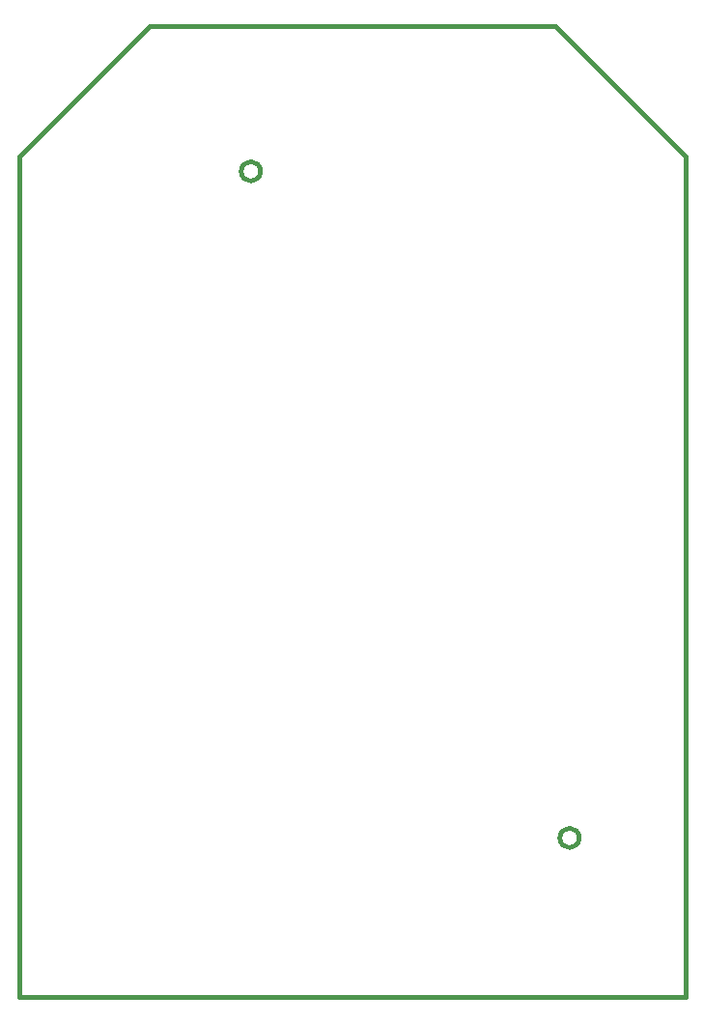
<source format=gbr>
G04 #@! TF.GenerationSoftware,KiCad,Pcbnew,5.1.6-c6e7f7d~87~ubuntu19.10.1*
G04 #@! TF.CreationDate,2021-07-29T07:02:15+06:00*
G04 #@! TF.ProjectId,deep_blue_delay_r3b,64656570-5f62-46c7-9565-5f64656c6179,3B*
G04 #@! TF.SameCoordinates,Original*
G04 #@! TF.FileFunction,Profile,NP*
%FSLAX46Y46*%
G04 Gerber Fmt 4.6, Leading zero omitted, Abs format (unit mm)*
G04 Created by KiCad (PCBNEW 5.1.6-c6e7f7d~87~ubuntu19.10.1) date 2021-07-29 07:02:15*
%MOMM*%
%LPD*%
G01*
G04 APERTURE LIST*
G04 #@! TA.AperFunction,Profile*
%ADD10C,0.400000*%
G04 #@! TD*
G04 APERTURE END LIST*
D10*
X125310000Y-165100000D02*
G75*
G03*
X125310000Y-165100000I-850000J0D01*
G01*
X97370000Y-106680000D02*
G75*
G03*
X97370000Y-106680000I-850000J0D01*
G01*
X123190000Y-93980000D02*
X134620000Y-105410000D01*
X76200000Y-105410000D02*
X87630000Y-93980000D01*
X134620000Y-105410000D02*
X134620000Y-179070000D01*
X76200000Y-105410000D02*
X76200000Y-179070000D01*
X76200000Y-179070000D02*
X134620000Y-179070000D01*
X87630000Y-93980000D02*
X123190000Y-93980000D01*
M02*

</source>
